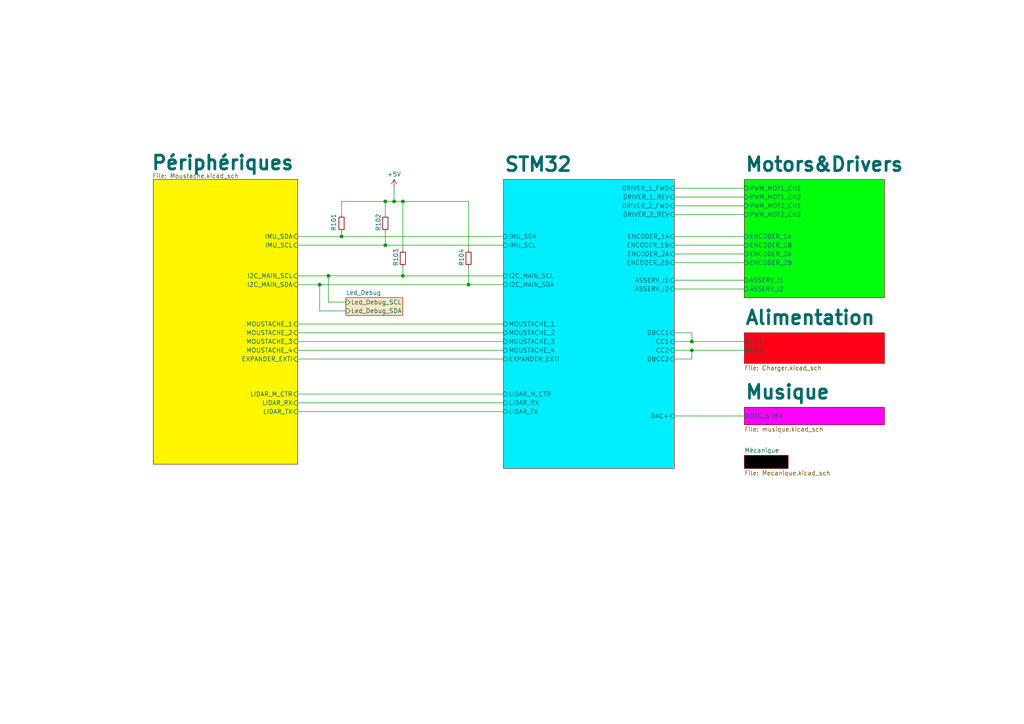
<source format=kicad_sch>
(kicad_sch (version 20231120) (generator "eeschema") (generator_version "8.0")
  (paper "A4")
  (lib_symbols
    (symbol "Device:R_Small" (pin_numbers hide) (pin_names (offset 0.254) hide)
      (property "Reference" "R" (at 0.762 0.508 0))
      (property "Value" "R_Small" (at 0.762 -1.016 0))
      (symbol "R_Small_0_1"
        (rectangle (start -0.762 1.778) (end 0.762 -1.778) (stroke (width 0.2032)))
      )
      (symbol "R_Small_1_1"
        (pin passive line (at 0 2.54 270) (length 0.762) (name "~") (number "1"))
        (pin passive line (at 0 -2.54 90) (length 0.762) (name "~") (number "2"))
      )
    )
    (symbol "power:+5V" (power) (pin_numbers hide) (pin_names (offset 0) hide)
      (property "Value" "+5V" (at 0 3.556 0))
      (symbol "+5V_0_1"
        (polyline (pts (xy -0.762 1.27) (xy 0 2.54)))
        (polyline (pts (xy 0 0) (xy 0 2.54)))
        (polyline (pts (xy 0 2.54) (xy 0.762 1.27)))
      )
      (symbol "+5V_1_1"
        (pin power_in line (at 0 0 90) (length 0) (name "~") (number "1"))
      )
    )
  )
  (junction (at 200.66 99.06))
  (junction (at 114.3 58.42))
  (junction (at 116.84 58.42))
  (junction (at 200.66 101.6))
  (junction (at 116.84 80.01))
  (junction (at 135.89 82.55))
  (junction (at 111.76 71.12))
  (junction (at 111.76 58.42))
  (junction (at 92.71 82.55))
  (junction (at 99.06 68.58))
  (junction (at 95.25 80.01))
  (wire (pts (xy 195.58 120.65) (xy 215.9 120.65)))
  (wire (pts (xy 116.84 58.42) (xy 116.84 72.39)))
  (wire (pts (xy 135.89 72.39) (xy 135.89 58.42)))
  (wire (pts (xy 95.25 80.01) (xy 116.84 80.01)))
  (wire (pts (xy 114.3 58.42) (xy 111.76 58.42)))
  (wire (pts (xy 86.36 104.14) (xy 146.05 104.14)))
  (wire (pts (xy 86.36 101.6) (xy 146.05 101.6)))
  (wire (pts (xy 86.36 80.01) (xy 95.25 80.01)))
  (wire (pts (xy 99.06 67.31) (xy 99.06 68.58)))
  (wire (pts (xy 111.76 71.12) (xy 146.05 71.12)))
  (wire (pts (xy 195.58 59.69) (xy 215.9 59.69)))
  (wire (pts (xy 86.36 71.12) (xy 111.76 71.12)))
  (wire (pts (xy 100.33 87.63) (xy 95.25 87.63)))
  (wire (pts (xy 195.58 104.14) (xy 200.66 104.14)))
  (wire (pts (xy 195.58 68.58) (xy 215.9 68.58)))
  (wire (pts (xy 195.58 62.23) (xy 215.9 62.23)))
  (wire (pts (xy 111.76 58.42) (xy 111.76 62.23)))
  (wire (pts (xy 195.58 73.66) (xy 215.9 73.66)))
  (wire (pts (xy 92.71 82.55) (xy 135.89 82.55)))
  (wire (pts (xy 195.58 96.52) (xy 200.66 96.52)))
  (wire (pts (xy 195.58 81.28) (xy 215.9 81.28)))
  (wire (pts (xy 116.84 58.42) (xy 135.89 58.42)))
  (wire (pts (xy 200.66 96.52) (xy 200.66 99.06)))
  (wire (pts (xy 114.3 58.42) (xy 116.84 58.42)))
  (wire (pts (xy 86.36 93.98) (xy 146.05 93.98)))
  (wire (pts (xy 86.36 82.55) (xy 92.71 82.55)))
  (wire (pts (xy 195.58 99.06) (xy 200.66 99.06)))
  (wire (pts (xy 200.66 101.6) (xy 215.9 101.6)))
  (wire (pts (xy 111.76 67.31) (xy 111.76 71.12)))
  (wire (pts (xy 86.36 68.58) (xy 99.06 68.58)))
  (wire (pts (xy 116.84 77.47) (xy 116.84 80.01)))
  (wire (pts (xy 86.36 119.38) (xy 146.05 119.38)))
  (wire (pts (xy 135.89 82.55) (xy 146.05 82.55)))
  (wire (pts (xy 100.33 90.17) (xy 92.71 90.17)))
  (wire (pts (xy 195.58 57.15) (xy 215.9 57.15)))
  (wire (pts (xy 200.66 99.06) (xy 215.9 99.06)))
  (wire (pts (xy 116.84 80.01) (xy 146.05 80.01)))
  (wire (pts (xy 195.58 71.12) (xy 215.9 71.12)))
  (wire (pts (xy 86.36 99.06) (xy 146.05 99.06)))
  (wire (pts (xy 86.36 116.84) (xy 146.05 116.84)))
  (wire (pts (xy 99.06 58.42) (xy 111.76 58.42)))
  (wire (pts (xy 195.58 83.82) (xy 215.9 83.82)))
  (wire (pts (xy 92.71 90.17) (xy 92.71 82.55)))
  (wire (pts (xy 86.36 114.3) (xy 146.05 114.3)))
  (wire (pts (xy 99.06 68.58) (xy 146.05 68.58)))
  (wire (pts (xy 195.58 101.6) (xy 200.66 101.6)))
  (wire (pts (xy 99.06 58.42) (xy 99.06 62.23)))
  (wire (pts (xy 135.89 77.47) (xy 135.89 82.55)))
  (wire (pts (xy 200.66 104.14) (xy 200.66 101.6)))
  (wire (pts (xy 195.58 76.2) (xy 215.9 76.2)))
  (wire (pts (xy 95.25 87.63) (xy 95.25 80.01)))
  (wire (pts (xy 114.3 54.61) (xy 114.3 58.42)))
  (wire (pts (xy 195.58 54.61) (xy 215.9 54.61)))
  (wire (pts (xy 86.36 96.52) (xy 146.05 96.52)))
  (symbol (lib_id "Device:R_Small") (at 111.76 64.77 0) (unit 1)
    (property "Reference" "R102" (at 109.728 67.056 90) (effects (justify left)))
    (property "Value" "10k" (effects (hide yes)))
    (property "Footprint" "Resistor_SMD:R_0402_1005Metric" (effects (hide yes)))
    (property "Description" "Resistor, small symbol" (effects (hide yes)))
  )
  (symbol (lib_id "Device:R_Small") (at 116.84 74.93 0) (unit 1)
    (property "Reference" "R103" (at 114.808 77.216 90) (effects (justify left)))
    (property "Value" "10k" (effects (hide yes)))
    (property "Footprint" "Resistor_SMD:R_0402_1005Metric" (effects (hide yes)))
    (property "Description" "Resistor, small symbol" (effects (hide yes)))
  )
  (symbol (lib_id "power:+5V") (at 114.3 54.61 0) (unit 1)
    (property "Reference" "#PWR0101" (effects (hide yes)))
    (property "Value" "+5V" (at 114.3 50.546 0))
    (property "Description" "Power symbol creates a global label with name \"+5V\"" (effects (hide yes)))
  )
  (symbol (lib_id "Device:R_Small") (at 99.06 64.77 0) (mirror y) (unit 1)
    (property "Reference" "R101" (at 96.774 67.056 90) (effects (justify left)))
    (property "Value" "10k" (effects (hide yes)))
    (property "Footprint" "Resistor_SMD:R_0402_1005Metric" (effects (hide yes)))
    (property "Description" "Resistor, small symbol" (effects (hide yes)))
  )
  (symbol (lib_id "Device:R_Small") (at 135.89 74.93 0) (unit 1)
    (property "Reference" "R104" (at 133.858 77.216 90) (effects (justify left)))
    (property "Value" "10k" (effects (hide yes)))
    (property "Footprint" "Resistor_SMD:R_0402_1005Metric" (effects (hide yes)))
    (property "Description" "Resistor, small symbol" (effects (hide yes)))
  )
  (sheet (at 215.9 52.07) (size 40.64 34.29) (stroke (width 0.1524)) (fill (color 0 255 11 1.0000))
    (property "Sheetname" "Motors&Drivers" (at 215.9 49.9934 0) (effects (font (size 4 4) (bold yes)) (justify left bottom)))
    (property "Sheetfile" "MoteurProjet_sch.kicad_sch" (effects (hide yes)))
    (pin "PWM_MOT1_CH2" input (at 215.9 57.15 180))
    (pin "PWM_MOT1_CH1" input (at 215.9 54.61 180))
    (pin "PWM_MOT2_CH2" input (at 215.9 62.23 180))
    (pin "PWM_MOT2_CH1" input (at 215.9 59.69 180))
    (pin "ASSERV_I2" input (at 215.9 83.82 180))
    (pin "ASSERV_I1" input (at 215.9 81.28 180))
    (pin "ENCODER_2B" input (at 215.9 76.2 180))
    (pin "ENCODER_2A" input (at 215.9 73.66 180))
    (pin "ENCODER_1A" input (at 215.9 68.58 180))
    (pin "ENCODER_1B" input (at 215.9 71.12 180))
  )
  (sheet (at 100.33 86.36) (size 16.51 5.08) (stroke (width 0.1524)) (fill (color 255 229 191 1.0000))
    (property "Sheetname" "Led_Debug" (at 100.33 85.6484 0) (effects (justify left bottom)))
    (property "Sheetfile" "Led_Debug.kicad_sch" (effects (hide yes)))
    (pin "Led_Debug_SCL" input (at 100.33 87.63 180))
    (pin "Led_Debug_SDA" input (at 100.33 90.17 180))
  )
  (sheet (at 215.9 96.52) (size 40.64 8.89) (stroke (width 0.1524)) (fill (color 255 1 22 1.0000))
    (property "Sheetname" "Alimentation" (at 215.9 94.4434 0) (effects (font (size 4 4) (bold yes)) (justify left bottom)))
    (property "Sheetfile" "Charger.kicad_sch" (at 215.9 105.9946 0) (effects (justify left top)))
    (pin "CC1" input (at 215.9 99.06 180))
    (pin "CC2" input (at 215.9 101.6 180))
  )
  (sheet (at 215.9 118.11) (size 40.64 5.08) (stroke (width 0.1524)) (fill (color 255 0 255 1.0000))
    (property "Sheetname" "Musique" (at 215.9 116.0334 0) (effects (font (size 4 4) (thickness 0.8) (bold yes)) (justify left bottom)))
    (property "Sheetfile" "musique.kicad_sch" (at 215.9 123.7746 0) (effects (justify left top)))
    (pin "DAC_STM+" input (at 215.9 120.65 180))
  )
  (sheet (at 44.45 52.07) (size 41.91 82.55) (stroke (width 0.1524)) (fill (color 255 246 0 1.0000))
    (property "Sheetname" "Périphériques" (at 43.688 49.53 0) (effects (font (size 4 4) (bold yes)) (justify left bottom)))
    (property "Sheetfile" "Moustache.kicad_sch" (at 44.196 50.292 0) (effects (justify left top)))
    (pin "MOUSTACHE_3" input (at 86.36 99.06 0))
    (pin "MOUSTACHE_4" input (at 86.36 101.6 0))
    (pin "MOUSTACHE_1" input (at 86.36 93.98 0))
    (pin "MOUSTACHE_2" input (at 86.36 96.52 0))
    (pin "IMU_SCL" input (at 86.36 71.12 0))
    (pin "IMU_SDA" input (at 86.36 68.58 0))
    (pin "I2C_MAIN_SCL" input (at 86.36 80.01 0))
    (pin "I2C_MAIN_SDA" input (at 86.36 82.55 0))
    (pin "EXPANDER_EXTI" input (at 86.36 104.14 0))
    (pin "LIDAR_M_CTR" input (at 86.36 114.3 0))
    (pin "LIDAR_RX" input (at 86.36 116.84 0))
    (pin "LIDAR_TX" input (at 86.36 119.38 0))
  )
  (sheet (at 215.9 132.08) (size 12.7 3.81) (stroke (width 0.1524)) (fill (color 0 0 0 1.0000))
    (property "Sheetname" "Mécanique" (at 215.9 131.3684 0) (effects (justify left bottom)))
    (property "Sheetfile" "Mecanique.kicad_sch" (at 215.9 136.4746 0) (effects (justify left top)))
  )
  (sheet (at 146.05 52.07) (size 49.53 83.82) (stroke (width 0.1524)) (fill (color 0 238 255 1.0000))
    (property "Sheetname" "STM32" (at 146.05 49.9934 0) (effects (font (size 4 4) (bold yes)) (justify left bottom)))
    (property "Sheetfile" "STM32x.kicad_sch" (effects (hide yes)))
    (pin "DRIVER_1_REV" input (at 195.58 57.15 0))
    (pin "DRIVER_2_REV" input (at 195.58 62.23 0))
    (pin "DRIVER_2_FWD" input (at 195.58 59.69 0))
    (pin "DRIVER_1_FWD" input (at 195.58 54.61 0))
    (pin "LIDAR_TX" input (at 146.05 119.38 180))
    (pin "LIDAR_M_CTR" input (at 146.05 114.3 180))
    (pin "IMU_SDA" input (at 146.05 68.58 180))
    (pin "I2C_MAIN_SDA" input (at 146.05 82.55 180))
    (pin "CC2" input (at 195.58 101.6 0))
    (pin "CC1" input (at 195.58 99.06 0))
    (pin "I2C_MAIN_SCL" input (at 146.05 80.01 180))
    (pin "EXPANDER_EXTI" input (at 146.05 104.14 180))
    (pin "MOUSTACHE_1" input (at 146.05 93.98 180))
    (pin "MOUSTACHE_3" input (at 146.05 99.06 180))
    (pin "MOUSTACHE_2" input (at 146.05 96.52 180))
    (pin "MOUSTACHE_4" input (at 146.05 101.6 180))
    (pin "DAC+" input (at 195.58 120.65 0))
    (pin "IMU_SCL" input (at 146.05 71.12 180))
    (pin "LIDAR_RX" input (at 146.05 116.84 180))
    (pin "ENCODER_2A" input (at 195.58 73.66 0))
    (pin "ENCODER_2B" input (at 195.58 76.2 0))
    (pin "DBCC1" input (at 195.58 96.52 0))
    (pin "DBCC2" input (at 195.58 104.14 0))
    (pin "ENCODER_1A" input (at 195.58 68.58 0))
    (pin "ASSERV_I1" input (at 195.58 81.28 0))
    (pin "ASSERV_I2" input (at 195.58 83.82 0))
    (pin "ENCODER_1B" input (at 195.58 71.12 0))
  )
)
</source>
